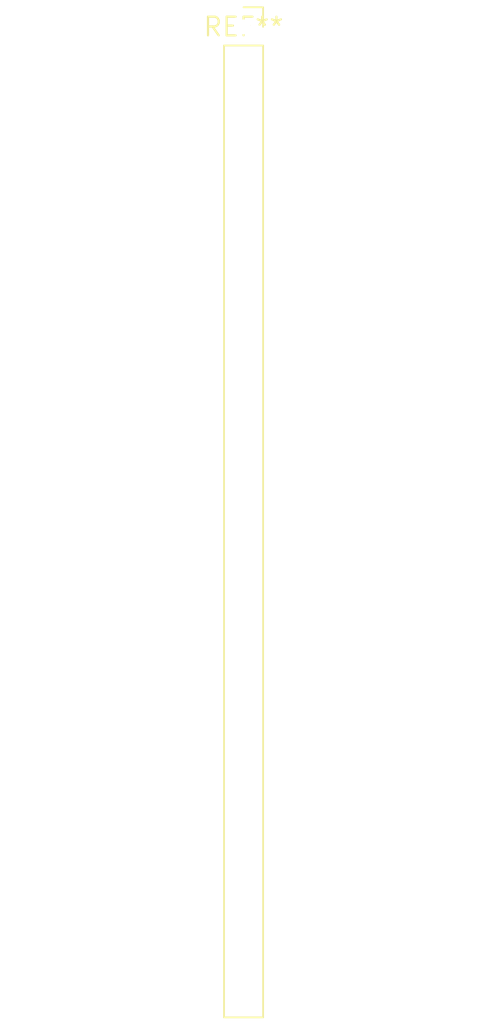
<source format=kicad_pcb>
(kicad_pcb (version 20240108) (generator pcbnew)
  (layers (0 "F.Cu" signal) (31 "B.Cu" signal) (34 "B.Paste" user) (35 "F.Paste" user) (36 "B.SilkS" user "B.Silkscreen") (37 "F.SilkS" user "F.Silkscreen") (38 "B.Mask" user) (39 "F.Mask" user) (44 "Edge.Cuts" user))
  (net 0 "")
  (footprint "PinSocket_1x27_P2.54mm_Vertical" (layer "F.Cu") (at 0 0)
    (property "Reference" "REF**")
    (property "Value" "PinSocket_1x27_P2.54mm_Vertical")
    (fp_line (start -1.33 1.27) (end -1.33 67.37) (layer "F.SilkS") (stroke (width 0.12)))
    (fp_line (start -1.33 1.27) (end 1.33 1.27) (layer "F.SilkS") (stroke (width 0.12)))
    (fp_line (start -1.33 67.37) (end 1.33 67.37) (layer "F.SilkS") (stroke (width 0.12)))
    (fp_line (start 0 -1.33) (end 1.33 -1.33) (layer "F.SilkS") (stroke (width 0.12)))
    (fp_line (start 1.33 -1.33) (end 1.33 0) (layer "F.SilkS") (stroke (width 0.12)))
    (fp_line (start 1.33 1.27) (end 1.33 67.37) (layer "F.SilkS") (stroke (width 0.12)))
    (pad "1" thru_hole rect (at 0 0) (size 1.7 1.7) (drill 1) (layers *.Cu *.Mask) (remove_unused_layers))
    (pad "2" thru_hole oval (at 0 2.54) (size 1.7 1.7) (drill 1) (layers *.Cu *.Mask) (remove_unused_layers))
    (pad "3" thru_hole oval (at 0 5.08) (size 1.7 1.7) (drill 1) (layers *.Cu *.Mask) (remove_unused_layers))
    (pad "4" thru_hole oval (at 0 7.62) (size 1.7 1.7) (drill 1) (layers *.Cu *.Mask) (remove_unused_layers))
    (pad "5" thru_hole oval (at 0 10.16) (size 1.7 1.7) (drill 1) (layers *.Cu *.Mask) (remove_unused_layers))
    (pad "6" thru_hole oval (at 0 12.7) (size 1.7 1.7) (drill 1) (layers *.Cu *.Mask) (remove_unused_layers))
    (pad "7" thru_hole oval (at 0 15.24) (size 1.7 1.7) (drill 1) (layers *.Cu *.Mask) (remove_unused_layers))
    (pad "8" thru_hole oval (at 0 17.78) (size 1.7 1.7) (drill 1) (layers *.Cu *.Mask) (remove_unused_layers))
    (pad "9" thru_hole oval (at 0 20.32) (size 1.7 1.7) (drill 1) (layers *.Cu *.Mask) (remove_unused_layers))
    (pad "10" thru_hole oval (at 0 22.86) (size 1.7 1.7) (drill 1) (layers *.Cu *.Mask) (remove_unused_layers))
    (pad "11" thru_hole oval (at 0 25.4) (size 1.7 1.7) (drill 1) (layers *.Cu *.Mask) (remove_unused_layers))
    (pad "12" thru_hole oval (at 0 27.94) (size 1.7 1.7) (drill 1) (layers *.Cu *.Mask) (remove_unused_layers))
    (pad "13" thru_hole oval (at 0 30.48) (size 1.7 1.7) (drill 1) (layers *.Cu *.Mask) (remove_unused_layers))
    (pad "14" thru_hole oval (at 0 33.02) (size 1.7 1.7) (drill 1) (layers *.Cu *.Mask) (remove_unused_layers))
    (pad "15" thru_hole oval (at 0 35.56) (size 1.7 1.7) (drill 1) (layers *.Cu *.Mask) (remove_unused_layers))
    (pad "16" thru_hole oval (at 0 38.1) (size 1.7 1.7) (drill 1) (layers *.Cu *.Mask) (remove_unused_layers))
    (pad "17" thru_hole oval (at 0 40.64) (size 1.7 1.7) (drill 1) (layers *.Cu *.Mask) (remove_unused_layers))
    (pad "18" thru_hole oval (at 0 43.18) (size 1.7 1.7) (drill 1) (layers *.Cu *.Mask) (remove_unused_layers))
    (pad "19" thru_hole oval (at 0 45.72) (size 1.7 1.7) (drill 1) (layers *.Cu *.Mask) (remove_unused_layers))
    (pad "20" thru_hole oval (at 0 48.26) (size 1.7 1.7) (drill 1) (layers *.Cu *.Mask) (remove_unused_layers))
    (pad "21" thru_hole oval (at 0 50.8) (size 1.7 1.7) (drill 1) (layers *.Cu *.Mask) (remove_unused_layers))
    (pad "22" thru_hole oval (at 0 53.34) (size 1.7 1.7) (drill 1) (layers *.Cu *.Mask) (remove_unused_layers))
    (pad "23" thru_hole oval (at 0 55.88) (size 1.7 1.7) (drill 1) (layers *.Cu *.Mask) (remove_unused_layers))
    (pad "24" thru_hole oval (at 0 58.42) (size 1.7 1.7) (drill 1) (layers *.Cu *.Mask) (remove_unused_layers))
    (pad "25" thru_hole oval (at 0 60.96) (size 1.7 1.7) (drill 1) (layers *.Cu *.Mask) (remove_unused_layers))
    (pad "26" thru_hole oval (at 0 63.5) (size 1.7 1.7) (drill 1) (layers *.Cu *.Mask) (remove_unused_layers))
    (pad "27" thru_hole oval (at 0 66.04) (size 1.7 1.7) (drill 1) (layers *.Cu *.Mask) (remove_unused_layers))
  )
)
</source>
